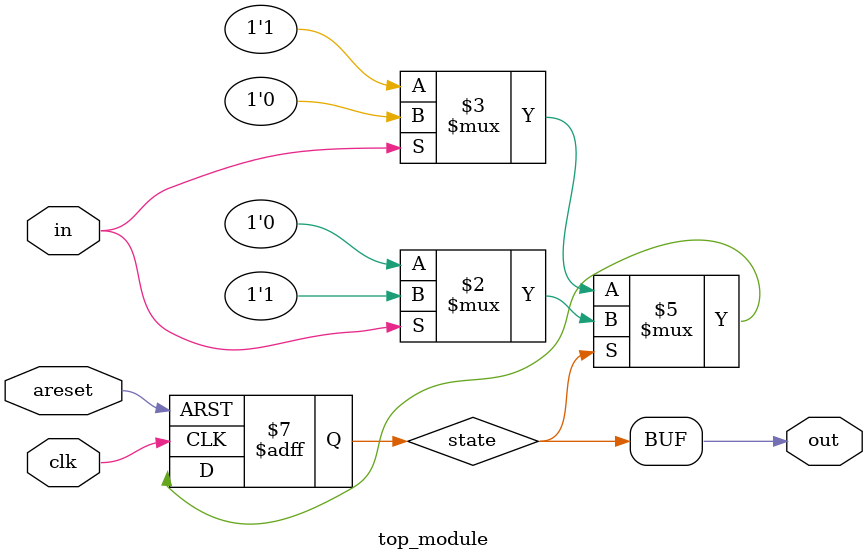
<source format=sv>
module top_module (
    input wire clk,
    input wire in,
    input wire areset,
    output wire out
);

    reg state;

    always @(posedge clk or posedge areset) begin
        if (areset)
            state <= 1'b0;
        else begin
            if (state)
                state <= in ? 1'b1 : 1'b0;
            else
                state <= in ? 1'b0 : 1'b1;
        end
    end

    assign out = state;
    
endmodule

</source>
